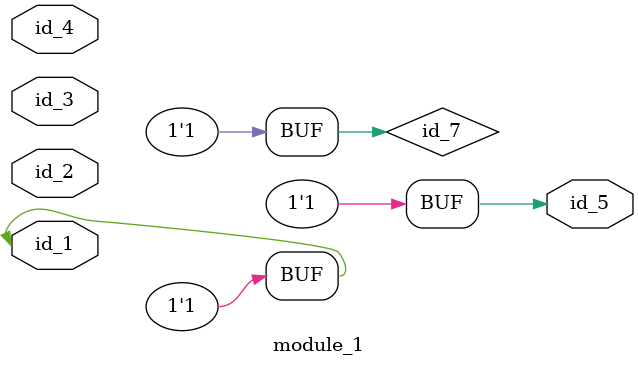
<source format=v>
module module_0;
  assign id_1 = id_1;
endmodule
module module_1 (
    id_1,
    id_2,
    id_3,
    id_4,
    id_5
);
  output wire id_5;
  input wire id_4;
  input wire id_3;
  input wire id_2;
  inout wire id_1;
  initial begin : LABEL_0
    id_5 <= id_2;
    if (1) id_5 <= 1;
  end
  wire id_6;
  reg  id_7;
  wire id_8;
  xor primCall (id_1, id_2, id_3, id_4, id_6, id_7, id_8, id_9);
  assign id_1 = id_7;
  wire id_9;
  assign id_5 = 1 ? id_7 : 1'd0;
  module_0 modCall_1 ();
  wire id_10;
  wire id_11;
endmodule

</source>
